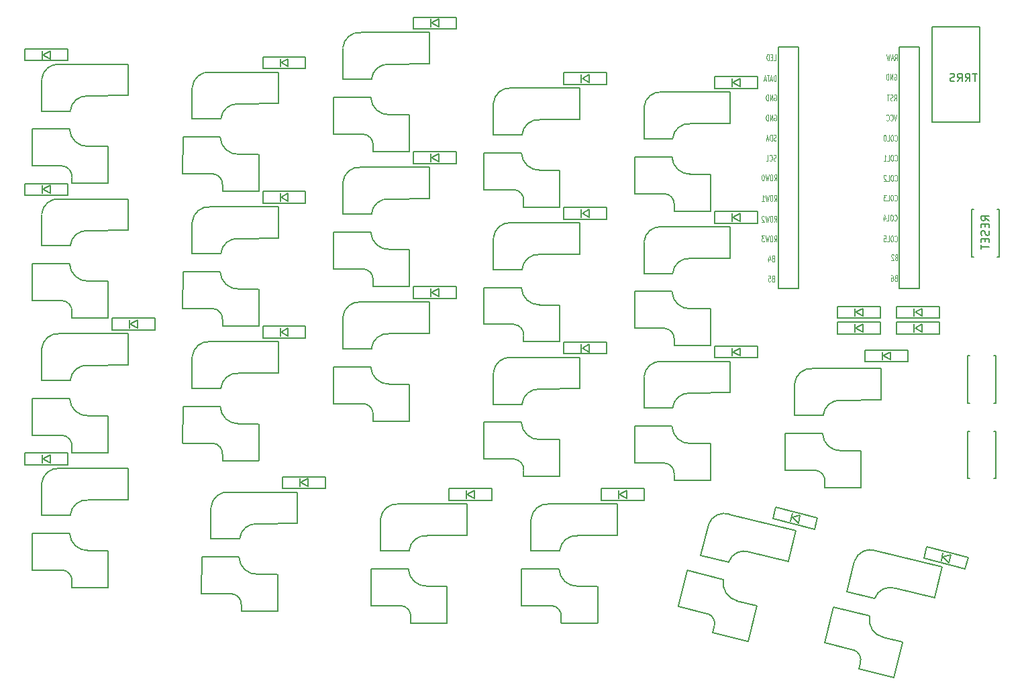
<source format=gbr>
G04 #@! TF.GenerationSoftware,KiCad,Pcbnew,(5.1.2)-2*
G04 #@! TF.CreationDate,2020-04-16T23:38:51+09:00*
G04 #@! TF.ProjectId,17mm 2020 4 8 vol2,31376d6d-2032-4303-9230-203420382076,rev?*
G04 #@! TF.SameCoordinates,Original*
G04 #@! TF.FileFunction,Legend,Bot*
G04 #@! TF.FilePolarity,Positive*
%FSLAX46Y46*%
G04 Gerber Fmt 4.6, Leading zero omitted, Abs format (unit mm)*
G04 Created by KiCad (PCBNEW (5.1.2)-2) date 2020-04-16 23:38:51*
%MOMM*%
%LPD*%
G04 APERTURE LIST*
%ADD10C,0.150000*%
%ADD11C,0.125000*%
G04 APERTURE END LIST*
D10*
X191067958Y-127174891D02*
X194570726Y-128048230D01*
X192024517Y-123338342D02*
X191070135Y-127166159D01*
X203073456Y-124079333D02*
X194704655Y-121992757D01*
X202128025Y-127871249D02*
X203073456Y-124079333D01*
X202116897Y-127915882D02*
X197205775Y-126738810D01*
X192052125Y-123273083D02*
G75*
G02X194704655Y-121992757I1966428J-686102D01*
G01*
X194581383Y-128026152D02*
G75*
G02X197229065Y-126748740I1962547J-685135D01*
G01*
X196987615Y-138051055D02*
X192572770Y-136950310D01*
X198112552Y-133539180D02*
X195638298Y-132922279D01*
X193938846Y-130231208D02*
X189378456Y-129094175D01*
X191916386Y-134519305D02*
X188253519Y-133606050D01*
X198130761Y-133569485D02*
X197017921Y-138032845D01*
X189372408Y-129118432D02*
X188235310Y-133575745D01*
X193937650Y-130256675D02*
G75*
G03X195712280Y-132935571I2226763J-452133D01*
G01*
X192755407Y-136197122D02*
G75*
G03X191915176Y-134524157I-1256598J416367D01*
G01*
X192743312Y-136245636D02*
X192573966Y-136924843D01*
X111200000Y-64750000D02*
X111200000Y-63250000D01*
X105800000Y-64750000D02*
X111200000Y-64750000D01*
X105800000Y-63250000D02*
X105800000Y-64750000D01*
X111200000Y-63250000D02*
X105800000Y-63250000D01*
X109000000Y-64500000D02*
X108100000Y-64000000D01*
X109000000Y-63500000D02*
X109000000Y-64500000D01*
X108100000Y-64000000D02*
X109000000Y-63500000D01*
X108000000Y-63500000D02*
X108000000Y-64500000D01*
X111200000Y-81750000D02*
X111200000Y-80250000D01*
X105800000Y-81750000D02*
X111200000Y-81750000D01*
X105800000Y-80250000D02*
X105800000Y-81750000D01*
X111200000Y-80250000D02*
X105800000Y-80250000D01*
X109000000Y-81500000D02*
X108100000Y-81000000D01*
X109000000Y-80500000D02*
X109000000Y-81500000D01*
X108100000Y-81000000D02*
X109000000Y-80500000D01*
X108000000Y-80500000D02*
X108000000Y-81500000D01*
X119000000Y-97500000D02*
X119000000Y-98500000D01*
X119100000Y-98000000D02*
X120000000Y-97500000D01*
X120000000Y-97500000D02*
X120000000Y-98500000D01*
X120000000Y-98500000D02*
X119100000Y-98000000D01*
X122200000Y-97250000D02*
X116800000Y-97250000D01*
X116800000Y-97250000D02*
X116800000Y-98750000D01*
X116800000Y-98750000D02*
X122200000Y-98750000D01*
X122200000Y-98750000D02*
X122200000Y-97250000D01*
X108000000Y-114500000D02*
X108000000Y-115500000D01*
X108100000Y-115000000D02*
X109000000Y-114500000D01*
X109000000Y-114500000D02*
X109000000Y-115500000D01*
X109000000Y-115500000D02*
X108100000Y-115000000D01*
X111200000Y-114250000D02*
X105800000Y-114250000D01*
X105800000Y-114250000D02*
X105800000Y-115750000D01*
X105800000Y-115750000D02*
X111200000Y-115750000D01*
X111200000Y-115750000D02*
X111200000Y-114250000D01*
X141200000Y-65750000D02*
X141200000Y-64250000D01*
X135800000Y-65750000D02*
X141200000Y-65750000D01*
X135800000Y-64250000D02*
X135800000Y-65750000D01*
X141200000Y-64250000D02*
X135800000Y-64250000D01*
X139000000Y-65500000D02*
X138100000Y-65000000D01*
X139000000Y-64500000D02*
X139000000Y-65500000D01*
X138100000Y-65000000D02*
X139000000Y-64500000D01*
X138000000Y-64500000D02*
X138000000Y-65500000D01*
X141200000Y-82750000D02*
X141200000Y-81250000D01*
X135800000Y-82750000D02*
X141200000Y-82750000D01*
X135800000Y-81250000D02*
X135800000Y-82750000D01*
X141200000Y-81250000D02*
X135800000Y-81250000D01*
X139000000Y-82500000D02*
X138100000Y-82000000D01*
X139000000Y-81500000D02*
X139000000Y-82500000D01*
X138100000Y-82000000D02*
X139000000Y-81500000D01*
X138000000Y-81500000D02*
X138000000Y-82500000D01*
X138000000Y-98500000D02*
X138000000Y-99500000D01*
X138100000Y-99000000D02*
X139000000Y-98500000D01*
X139000000Y-98500000D02*
X139000000Y-99500000D01*
X139000000Y-99500000D02*
X138100000Y-99000000D01*
X141200000Y-98250000D02*
X135800000Y-98250000D01*
X135800000Y-98250000D02*
X135800000Y-99750000D01*
X135800000Y-99750000D02*
X141200000Y-99750000D01*
X141200000Y-99750000D02*
X141200000Y-98250000D01*
X140500000Y-117500000D02*
X140500000Y-118500000D01*
X140600000Y-118000000D02*
X141500000Y-117500000D01*
X141500000Y-117500000D02*
X141500000Y-118500000D01*
X141500000Y-118500000D02*
X140600000Y-118000000D01*
X143700000Y-117250000D02*
X138300000Y-117250000D01*
X138300000Y-117250000D02*
X138300000Y-118750000D01*
X138300000Y-118750000D02*
X143700000Y-118750000D01*
X143700000Y-118750000D02*
X143700000Y-117250000D01*
X157000000Y-59500000D02*
X157000000Y-60500000D01*
X157100000Y-60000000D02*
X158000000Y-59500000D01*
X158000000Y-59500000D02*
X158000000Y-60500000D01*
X158000000Y-60500000D02*
X157100000Y-60000000D01*
X160200000Y-59250000D02*
X154800000Y-59250000D01*
X154800000Y-59250000D02*
X154800000Y-60750000D01*
X154800000Y-60750000D02*
X160200000Y-60750000D01*
X160200000Y-60750000D02*
X160200000Y-59250000D01*
X157000000Y-76500000D02*
X157000000Y-77500000D01*
X157100000Y-77000000D02*
X158000000Y-76500000D01*
X158000000Y-76500000D02*
X158000000Y-77500000D01*
X158000000Y-77500000D02*
X157100000Y-77000000D01*
X160200000Y-76250000D02*
X154800000Y-76250000D01*
X154800000Y-76250000D02*
X154800000Y-77750000D01*
X154800000Y-77750000D02*
X160200000Y-77750000D01*
X160200000Y-77750000D02*
X160200000Y-76250000D01*
X160200000Y-94750000D02*
X160200000Y-93250000D01*
X154800000Y-94750000D02*
X160200000Y-94750000D01*
X154800000Y-93250000D02*
X154800000Y-94750000D01*
X160200000Y-93250000D02*
X154800000Y-93250000D01*
X158000000Y-94500000D02*
X157100000Y-94000000D01*
X158000000Y-93500000D02*
X158000000Y-94500000D01*
X157100000Y-94000000D02*
X158000000Y-93500000D01*
X157000000Y-93500000D02*
X157000000Y-94500000D01*
X164700000Y-120250000D02*
X164700000Y-118750000D01*
X159300000Y-120250000D02*
X164700000Y-120250000D01*
X159300000Y-118750000D02*
X159300000Y-120250000D01*
X164700000Y-118750000D02*
X159300000Y-118750000D01*
X162500000Y-120000000D02*
X161600000Y-119500000D01*
X162500000Y-119000000D02*
X162500000Y-120000000D01*
X161600000Y-119500000D02*
X162500000Y-119000000D01*
X161500000Y-119000000D02*
X161500000Y-120000000D01*
X176000000Y-66500000D02*
X176000000Y-67500000D01*
X176100000Y-67000000D02*
X177000000Y-66500000D01*
X177000000Y-66500000D02*
X177000000Y-67500000D01*
X177000000Y-67500000D02*
X176100000Y-67000000D01*
X179200000Y-66250000D02*
X173800000Y-66250000D01*
X173800000Y-66250000D02*
X173800000Y-67750000D01*
X173800000Y-67750000D02*
X179200000Y-67750000D01*
X179200000Y-67750000D02*
X179200000Y-66250000D01*
X179200000Y-84750000D02*
X179200000Y-83250000D01*
X173800000Y-84750000D02*
X179200000Y-84750000D01*
X173800000Y-83250000D02*
X173800000Y-84750000D01*
X179200000Y-83250000D02*
X173800000Y-83250000D01*
X177000000Y-84500000D02*
X176100000Y-84000000D01*
X177000000Y-83500000D02*
X177000000Y-84500000D01*
X176100000Y-84000000D02*
X177000000Y-83500000D01*
X176000000Y-83500000D02*
X176000000Y-84500000D01*
X176000000Y-100500000D02*
X176000000Y-101500000D01*
X176100000Y-101000000D02*
X177000000Y-100500000D01*
X177000000Y-100500000D02*
X177000000Y-101500000D01*
X177000000Y-101500000D02*
X176100000Y-101000000D01*
X179200000Y-100250000D02*
X173800000Y-100250000D01*
X173800000Y-100250000D02*
X173800000Y-101750000D01*
X173800000Y-101750000D02*
X179200000Y-101750000D01*
X179200000Y-101750000D02*
X179200000Y-100250000D01*
X180725000Y-119000000D02*
X180725000Y-120000000D01*
X180825000Y-119500000D02*
X181725000Y-119000000D01*
X181725000Y-119000000D02*
X181725000Y-120000000D01*
X181725000Y-120000000D02*
X180825000Y-119500000D01*
X183925000Y-118750000D02*
X178525000Y-118750000D01*
X178525000Y-118750000D02*
X178525000Y-120250000D01*
X178525000Y-120250000D02*
X183925000Y-120250000D01*
X183925000Y-120250000D02*
X183925000Y-118750000D01*
X195000000Y-67000000D02*
X195000000Y-68000000D01*
X195100000Y-67500000D02*
X196000000Y-67000000D01*
X196000000Y-67000000D02*
X196000000Y-68000000D01*
X196000000Y-68000000D02*
X195100000Y-67500000D01*
X198200000Y-66750000D02*
X192800000Y-66750000D01*
X192800000Y-66750000D02*
X192800000Y-68250000D01*
X192800000Y-68250000D02*
X198200000Y-68250000D01*
X198200000Y-68250000D02*
X198200000Y-66750000D01*
X195000000Y-84000000D02*
X195000000Y-85000000D01*
X195100000Y-84500000D02*
X196000000Y-84000000D01*
X196000000Y-84000000D02*
X196000000Y-85000000D01*
X196000000Y-85000000D02*
X195100000Y-84500000D01*
X198200000Y-83750000D02*
X192800000Y-83750000D01*
X192800000Y-83750000D02*
X192800000Y-85250000D01*
X192800000Y-85250000D02*
X198200000Y-85250000D01*
X198200000Y-85250000D02*
X198200000Y-83750000D01*
X198200000Y-102250000D02*
X198200000Y-100750000D01*
X192800000Y-102250000D02*
X198200000Y-102250000D01*
X192800000Y-100750000D02*
X192800000Y-102250000D01*
X198200000Y-100750000D02*
X192800000Y-100750000D01*
X196000000Y-102000000D02*
X195100000Y-101500000D01*
X196000000Y-101000000D02*
X196000000Y-102000000D01*
X195100000Y-101500000D02*
X196000000Y-101000000D01*
X195000000Y-101000000D02*
X195000000Y-102000000D01*
X205438357Y-123880911D02*
X205801240Y-122425467D01*
X200198760Y-122574533D02*
X205438357Y-123880911D01*
X200561643Y-121119089D02*
X200198760Y-122574533D01*
X205801240Y-122425467D02*
X200561643Y-121119089D01*
X203364187Y-123106109D02*
X202611882Y-122403231D01*
X203606109Y-122135813D02*
X203364187Y-123106109D01*
X202611882Y-122403231D02*
X203606109Y-122135813D01*
X202635813Y-121893891D02*
X202393891Y-122864187D01*
X221200000Y-97250000D02*
X221200000Y-95750000D01*
X215800000Y-97250000D02*
X221200000Y-97250000D01*
X215800000Y-95750000D02*
X215800000Y-97250000D01*
X221200000Y-95750000D02*
X215800000Y-95750000D01*
X219000000Y-97000000D02*
X218100000Y-96500000D01*
X219000000Y-96000000D02*
X219000000Y-97000000D01*
X218100000Y-96500000D02*
X219000000Y-96000000D01*
X218000000Y-96000000D02*
X218000000Y-97000000D01*
X210500000Y-96000000D02*
X210500000Y-97000000D01*
X210600000Y-96500000D02*
X211500000Y-96000000D01*
X211500000Y-96000000D02*
X211500000Y-97000000D01*
X211500000Y-97000000D02*
X210600000Y-96500000D01*
X213700000Y-95750000D02*
X208300000Y-95750000D01*
X208300000Y-95750000D02*
X208300000Y-97250000D01*
X208300000Y-97250000D02*
X213700000Y-97250000D01*
X213700000Y-97250000D02*
X213700000Y-95750000D01*
X217200000Y-102750000D02*
X217200000Y-101250000D01*
X211800000Y-102750000D02*
X217200000Y-102750000D01*
X211800000Y-101250000D02*
X211800000Y-102750000D01*
X217200000Y-101250000D02*
X211800000Y-101250000D01*
X215000000Y-102500000D02*
X214100000Y-102000000D01*
X215000000Y-101500000D02*
X215000000Y-102500000D01*
X214100000Y-102000000D02*
X215000000Y-101500000D01*
X214000000Y-101500000D02*
X214000000Y-102500000D01*
X224438357Y-128880911D02*
X224801240Y-127425467D01*
X219198760Y-127574533D02*
X224438357Y-128880911D01*
X219561643Y-126119089D02*
X219198760Y-127574533D01*
X224801240Y-127425467D02*
X219561643Y-126119089D01*
X222364187Y-128106109D02*
X221611882Y-127403231D01*
X222606109Y-127135813D02*
X222364187Y-128106109D01*
X221611882Y-127403231D02*
X222606109Y-127135813D01*
X221635813Y-126893891D02*
X221393891Y-127864187D01*
X218000000Y-98000000D02*
X218000000Y-99000000D01*
X218100000Y-98500000D02*
X219000000Y-98000000D01*
X219000000Y-98000000D02*
X219000000Y-99000000D01*
X219000000Y-99000000D02*
X218100000Y-98500000D01*
X221200000Y-97750000D02*
X215800000Y-97750000D01*
X215800000Y-97750000D02*
X215800000Y-99250000D01*
X215800000Y-99250000D02*
X221200000Y-99250000D01*
X221200000Y-99250000D02*
X221200000Y-97750000D01*
X213700000Y-99250000D02*
X213700000Y-97750000D01*
X208300000Y-99250000D02*
X213700000Y-99250000D01*
X208300000Y-97750000D02*
X208300000Y-99250000D01*
X213700000Y-97750000D02*
X208300000Y-97750000D01*
X211500000Y-99000000D02*
X210600000Y-98500000D01*
X211500000Y-98000000D02*
X211500000Y-99000000D01*
X210600000Y-98500000D02*
X211500000Y-98000000D01*
X210500000Y-98000000D02*
X210500000Y-99000000D01*
X220250000Y-72500000D02*
X220250000Y-60500000D01*
X226250000Y-72500000D02*
X220250000Y-72500000D01*
X226250000Y-60500000D02*
X226250000Y-72500000D01*
X220250000Y-60500000D02*
X226250000Y-60500000D01*
X228500000Y-83500000D02*
X228750000Y-83500000D01*
X228750000Y-83500000D02*
X228750000Y-89500000D01*
X228750000Y-89500000D02*
X228500000Y-89500000D01*
X225500000Y-89500000D02*
X225250000Y-89500000D01*
X225250000Y-89500000D02*
X225250000Y-83500000D01*
X225250000Y-83500000D02*
X225500000Y-83500000D01*
X107900000Y-71104000D02*
X111510000Y-71104000D01*
X107900000Y-67150000D02*
X107900000Y-71095000D01*
X118800000Y-65196000D02*
X110175000Y-65196000D01*
X118800000Y-69104000D02*
X118800000Y-65196000D01*
X118800000Y-69150000D02*
X113750000Y-69196000D01*
X107911000Y-67080000D02*
G75*
G02X110175000Y-65196000I2074000J-190000D01*
G01*
X111515000Y-71080000D02*
G75*
G02X113775000Y-69200000I2070000J-190000D01*
G01*
X116275000Y-80225000D02*
X111725000Y-80225000D01*
X116275000Y-75575000D02*
X113725000Y-75575000D01*
X111425000Y-73375000D02*
X106725000Y-73375000D01*
X110500000Y-78025000D02*
X106725000Y-78025000D01*
X116300000Y-75600000D02*
X116300000Y-80200000D01*
X106725000Y-73400000D02*
X106700000Y-78000000D01*
X111430000Y-73400000D02*
G75*
G03X113800000Y-75570000I2270000J100000D01*
G01*
X111720000Y-79450000D02*
G75*
G03X110500000Y-78030000I-1320000J100000D01*
G01*
X111720000Y-79500000D02*
X111720000Y-80200000D01*
X107900000Y-88104000D02*
X111510000Y-88104000D01*
X107900000Y-84150000D02*
X107900000Y-88095000D01*
X118800000Y-82196000D02*
X110175000Y-82196000D01*
X118800000Y-86104000D02*
X118800000Y-82196000D01*
X118800000Y-86150000D02*
X113750000Y-86196000D01*
X107911000Y-84080000D02*
G75*
G02X110175000Y-82196000I2074000J-190000D01*
G01*
X111515000Y-88080000D02*
G75*
G02X113775000Y-86200000I2070000J-190000D01*
G01*
X116275000Y-97225000D02*
X111725000Y-97225000D01*
X116275000Y-92575000D02*
X113725000Y-92575000D01*
X111425000Y-90375000D02*
X106725000Y-90375000D01*
X110500000Y-95025000D02*
X106725000Y-95025000D01*
X116300000Y-92600000D02*
X116300000Y-97200000D01*
X106725000Y-90400000D02*
X106700000Y-95000000D01*
X111430000Y-90400000D02*
G75*
G03X113800000Y-92570000I2270000J100000D01*
G01*
X111720000Y-96450000D02*
G75*
G03X110500000Y-95030000I-1320000J100000D01*
G01*
X111720000Y-96500000D02*
X111720000Y-97200000D01*
X111720000Y-113500000D02*
X111720000Y-114200000D01*
X111720000Y-113450000D02*
G75*
G03X110500000Y-112030000I-1320000J100000D01*
G01*
X111430000Y-107400000D02*
G75*
G03X113800000Y-109570000I2270000J100000D01*
G01*
X106725000Y-107400000D02*
X106700000Y-112000000D01*
X116300000Y-109600000D02*
X116300000Y-114200000D01*
X110500000Y-112025000D02*
X106725000Y-112025000D01*
X111425000Y-107375000D02*
X106725000Y-107375000D01*
X116275000Y-109575000D02*
X113725000Y-109575000D01*
X116275000Y-114225000D02*
X111725000Y-114225000D01*
X111515000Y-105080000D02*
G75*
G02X113775000Y-103200000I2070000J-190000D01*
G01*
X107911000Y-101080000D02*
G75*
G02X110175000Y-99196000I2074000J-190000D01*
G01*
X118800000Y-103150000D02*
X113750000Y-103196000D01*
X118800000Y-103104000D02*
X118800000Y-99196000D01*
X118800000Y-99196000D02*
X110175000Y-99196000D01*
X107900000Y-101150000D02*
X107900000Y-105095000D01*
X107900000Y-105104000D02*
X111510000Y-105104000D01*
X107900000Y-122104000D02*
X111510000Y-122104000D01*
X107900000Y-118150000D02*
X107900000Y-122095000D01*
X118800000Y-116196000D02*
X110175000Y-116196000D01*
X118800000Y-120104000D02*
X118800000Y-116196000D01*
X118800000Y-120150000D02*
X113750000Y-120196000D01*
X107911000Y-118080000D02*
G75*
G02X110175000Y-116196000I2074000J-190000D01*
G01*
X111515000Y-122080000D02*
G75*
G02X113775000Y-120200000I2070000J-190000D01*
G01*
X116275000Y-131225000D02*
X111725000Y-131225000D01*
X116275000Y-126575000D02*
X113725000Y-126575000D01*
X111425000Y-124375000D02*
X106725000Y-124375000D01*
X110500000Y-129025000D02*
X106725000Y-129025000D01*
X116300000Y-126600000D02*
X116300000Y-131200000D01*
X106725000Y-124400000D02*
X106700000Y-129000000D01*
X111430000Y-124400000D02*
G75*
G03X113800000Y-126570000I2270000J100000D01*
G01*
X111720000Y-130450000D02*
G75*
G03X110500000Y-129030000I-1320000J100000D01*
G01*
X111720000Y-130500000D02*
X111720000Y-131200000D01*
X130720000Y-80500000D02*
X130720000Y-81200000D01*
X130720000Y-80450000D02*
G75*
G03X129500000Y-79030000I-1320000J100000D01*
G01*
X130430000Y-74400000D02*
G75*
G03X132800000Y-76570000I2270000J100000D01*
G01*
X125725000Y-74400000D02*
X125700000Y-79000000D01*
X135300000Y-76600000D02*
X135300000Y-81200000D01*
X129500000Y-79025000D02*
X125725000Y-79025000D01*
X130425000Y-74375000D02*
X125725000Y-74375000D01*
X135275000Y-76575000D02*
X132725000Y-76575000D01*
X135275000Y-81225000D02*
X130725000Y-81225000D01*
X130515000Y-72080000D02*
G75*
G02X132775000Y-70200000I2070000J-190000D01*
G01*
X126911000Y-68080000D02*
G75*
G02X129175000Y-66196000I2074000J-190000D01*
G01*
X137800000Y-70150000D02*
X132750000Y-70196000D01*
X137800000Y-70104000D02*
X137800000Y-66196000D01*
X137800000Y-66196000D02*
X129175000Y-66196000D01*
X126900000Y-68150000D02*
X126900000Y-72095000D01*
X126900000Y-72104000D02*
X130510000Y-72104000D01*
X126900000Y-89104000D02*
X130510000Y-89104000D01*
X126900000Y-85150000D02*
X126900000Y-89095000D01*
X137800000Y-83196000D02*
X129175000Y-83196000D01*
X137800000Y-87104000D02*
X137800000Y-83196000D01*
X137800000Y-87150000D02*
X132750000Y-87196000D01*
X126911000Y-85080000D02*
G75*
G02X129175000Y-83196000I2074000J-190000D01*
G01*
X130515000Y-89080000D02*
G75*
G02X132775000Y-87200000I2070000J-190000D01*
G01*
X135275000Y-98225000D02*
X130725000Y-98225000D01*
X135275000Y-93575000D02*
X132725000Y-93575000D01*
X130425000Y-91375000D02*
X125725000Y-91375000D01*
X129500000Y-96025000D02*
X125725000Y-96025000D01*
X135300000Y-93600000D02*
X135300000Y-98200000D01*
X125725000Y-91400000D02*
X125700000Y-96000000D01*
X130430000Y-91400000D02*
G75*
G03X132800000Y-93570000I2270000J100000D01*
G01*
X130720000Y-97450000D02*
G75*
G03X129500000Y-96030000I-1320000J100000D01*
G01*
X130720000Y-97500000D02*
X130720000Y-98200000D01*
X130720000Y-114500000D02*
X130720000Y-115200000D01*
X130720000Y-114450000D02*
G75*
G03X129500000Y-113030000I-1320000J100000D01*
G01*
X130430000Y-108400000D02*
G75*
G03X132800000Y-110570000I2270000J100000D01*
G01*
X125725000Y-108400000D02*
X125700000Y-113000000D01*
X135300000Y-110600000D02*
X135300000Y-115200000D01*
X129500000Y-113025000D02*
X125725000Y-113025000D01*
X130425000Y-108375000D02*
X125725000Y-108375000D01*
X135275000Y-110575000D02*
X132725000Y-110575000D01*
X135275000Y-115225000D02*
X130725000Y-115225000D01*
X130515000Y-106080000D02*
G75*
G02X132775000Y-104200000I2070000J-190000D01*
G01*
X126911000Y-102080000D02*
G75*
G02X129175000Y-100196000I2074000J-190000D01*
G01*
X137800000Y-104150000D02*
X132750000Y-104196000D01*
X137800000Y-104104000D02*
X137800000Y-100196000D01*
X137800000Y-100196000D02*
X129175000Y-100196000D01*
X126900000Y-102150000D02*
X126900000Y-106095000D01*
X126900000Y-106104000D02*
X130510000Y-106104000D01*
X129270000Y-125104000D02*
X132880000Y-125104000D01*
X129270000Y-121150000D02*
X129270000Y-125095000D01*
X140170000Y-119196000D02*
X131545000Y-119196000D01*
X140170000Y-123104000D02*
X140170000Y-119196000D01*
X140170000Y-123150000D02*
X135120000Y-123196000D01*
X129281000Y-121080000D02*
G75*
G02X131545000Y-119196000I2074000J-190000D01*
G01*
X132885000Y-125080000D02*
G75*
G02X135145000Y-123200000I2070000J-190000D01*
G01*
X137645000Y-134225000D02*
X133095000Y-134225000D01*
X137645000Y-129575000D02*
X135095000Y-129575000D01*
X132795000Y-127375000D02*
X128095000Y-127375000D01*
X131870000Y-132025000D02*
X128095000Y-132025000D01*
X137670000Y-129600000D02*
X137670000Y-134200000D01*
X128095000Y-127400000D02*
X128070000Y-132000000D01*
X132800000Y-127400000D02*
G75*
G03X135170000Y-129570000I2270000J100000D01*
G01*
X133090000Y-133450000D02*
G75*
G03X131870000Y-132030000I-1320000J100000D01*
G01*
X133090000Y-133500000D02*
X133090000Y-134200000D01*
X149720000Y-75500000D02*
X149720000Y-76200000D01*
X149720000Y-75450000D02*
G75*
G03X148500000Y-74030000I-1320000J100000D01*
G01*
X149430000Y-69400000D02*
G75*
G03X151800000Y-71570000I2270000J100000D01*
G01*
X144725000Y-69400000D02*
X144700000Y-74000000D01*
X154300000Y-71600000D02*
X154300000Y-76200000D01*
X148500000Y-74025000D02*
X144725000Y-74025000D01*
X149425000Y-69375000D02*
X144725000Y-69375000D01*
X154275000Y-71575000D02*
X151725000Y-71575000D01*
X154275000Y-76225000D02*
X149725000Y-76225000D01*
X149515000Y-67080000D02*
G75*
G02X151775000Y-65200000I2070000J-190000D01*
G01*
X145911000Y-63080000D02*
G75*
G02X148175000Y-61196000I2074000J-190000D01*
G01*
X156800000Y-65150000D02*
X151750000Y-65196000D01*
X156800000Y-65104000D02*
X156800000Y-61196000D01*
X156800000Y-61196000D02*
X148175000Y-61196000D01*
X145900000Y-63150000D02*
X145900000Y-67095000D01*
X145900000Y-67104000D02*
X149510000Y-67104000D01*
X145900000Y-84104000D02*
X149510000Y-84104000D01*
X145900000Y-80150000D02*
X145900000Y-84095000D01*
X156800000Y-78196000D02*
X148175000Y-78196000D01*
X156800000Y-82104000D02*
X156800000Y-78196000D01*
X156800000Y-82150000D02*
X151750000Y-82196000D01*
X145911000Y-80080000D02*
G75*
G02X148175000Y-78196000I2074000J-190000D01*
G01*
X149515000Y-84080000D02*
G75*
G02X151775000Y-82200000I2070000J-190000D01*
G01*
X154275000Y-93225000D02*
X149725000Y-93225000D01*
X154275000Y-88575000D02*
X151725000Y-88575000D01*
X149425000Y-86375000D02*
X144725000Y-86375000D01*
X148500000Y-91025000D02*
X144725000Y-91025000D01*
X154300000Y-88600000D02*
X154300000Y-93200000D01*
X144725000Y-86400000D02*
X144700000Y-91000000D01*
X149430000Y-86400000D02*
G75*
G03X151800000Y-88570000I2270000J100000D01*
G01*
X149720000Y-92450000D02*
G75*
G03X148500000Y-91030000I-1320000J100000D01*
G01*
X149720000Y-92500000D02*
X149720000Y-93200000D01*
X149720000Y-109500000D02*
X149720000Y-110200000D01*
X149720000Y-109450000D02*
G75*
G03X148500000Y-108030000I-1320000J100000D01*
G01*
X149430000Y-103400000D02*
G75*
G03X151800000Y-105570000I2270000J100000D01*
G01*
X144725000Y-103400000D02*
X144700000Y-108000000D01*
X154300000Y-105600000D02*
X154300000Y-110200000D01*
X148500000Y-108025000D02*
X144725000Y-108025000D01*
X149425000Y-103375000D02*
X144725000Y-103375000D01*
X154275000Y-105575000D02*
X151725000Y-105575000D01*
X154275000Y-110225000D02*
X149725000Y-110225000D01*
X149515000Y-101080000D02*
G75*
G02X151775000Y-99200000I2070000J-190000D01*
G01*
X145911000Y-97080000D02*
G75*
G02X148175000Y-95196000I2074000J-190000D01*
G01*
X156800000Y-99150000D02*
X151750000Y-99196000D01*
X156800000Y-99104000D02*
X156800000Y-95196000D01*
X156800000Y-95196000D02*
X148175000Y-95196000D01*
X145900000Y-97150000D02*
X145900000Y-101095000D01*
X145900000Y-101104000D02*
X149510000Y-101104000D01*
X150650000Y-126604000D02*
X154260000Y-126604000D01*
X150650000Y-122650000D02*
X150650000Y-126595000D01*
X161550000Y-120696000D02*
X152925000Y-120696000D01*
X161550000Y-124604000D02*
X161550000Y-120696000D01*
X161550000Y-124650000D02*
X156500000Y-124696000D01*
X150661000Y-122580000D02*
G75*
G02X152925000Y-120696000I2074000J-190000D01*
G01*
X154265000Y-126580000D02*
G75*
G02X156525000Y-124700000I2070000J-190000D01*
G01*
X159025000Y-135725000D02*
X154475000Y-135725000D01*
X159025000Y-131075000D02*
X156475000Y-131075000D01*
X154175000Y-128875000D02*
X149475000Y-128875000D01*
X153250000Y-133525000D02*
X149475000Y-133525000D01*
X159050000Y-131100000D02*
X159050000Y-135700000D01*
X149475000Y-128900000D02*
X149450000Y-133500000D01*
X154180000Y-128900000D02*
G75*
G03X156550000Y-131070000I2270000J100000D01*
G01*
X154470000Y-134950000D02*
G75*
G03X153250000Y-133530000I-1320000J100000D01*
G01*
X154470000Y-135000000D02*
X154470000Y-135700000D01*
X168720000Y-82500000D02*
X168720000Y-83200000D01*
X168720000Y-82450000D02*
G75*
G03X167500000Y-81030000I-1320000J100000D01*
G01*
X168430000Y-76400000D02*
G75*
G03X170800000Y-78570000I2270000J100000D01*
G01*
X163725000Y-76400000D02*
X163700000Y-81000000D01*
X173300000Y-78600000D02*
X173300000Y-83200000D01*
X167500000Y-81025000D02*
X163725000Y-81025000D01*
X168425000Y-76375000D02*
X163725000Y-76375000D01*
X173275000Y-78575000D02*
X170725000Y-78575000D01*
X173275000Y-83225000D02*
X168725000Y-83225000D01*
X168515000Y-74080000D02*
G75*
G02X170775000Y-72200000I2070000J-190000D01*
G01*
X164911000Y-70080000D02*
G75*
G02X167175000Y-68196000I2074000J-190000D01*
G01*
X175800000Y-72150000D02*
X170750000Y-72196000D01*
X175800000Y-72104000D02*
X175800000Y-68196000D01*
X175800000Y-68196000D02*
X167175000Y-68196000D01*
X164900000Y-70150000D02*
X164900000Y-74095000D01*
X164900000Y-74104000D02*
X168510000Y-74104000D01*
X164900000Y-91104000D02*
X168510000Y-91104000D01*
X164900000Y-87150000D02*
X164900000Y-91095000D01*
X175800000Y-85196000D02*
X167175000Y-85196000D01*
X175800000Y-89104000D02*
X175800000Y-85196000D01*
X175800000Y-89150000D02*
X170750000Y-89196000D01*
X164911000Y-87080000D02*
G75*
G02X167175000Y-85196000I2074000J-190000D01*
G01*
X168515000Y-91080000D02*
G75*
G02X170775000Y-89200000I2070000J-190000D01*
G01*
X173275000Y-100225000D02*
X168725000Y-100225000D01*
X173275000Y-95575000D02*
X170725000Y-95575000D01*
X168425000Y-93375000D02*
X163725000Y-93375000D01*
X167500000Y-98025000D02*
X163725000Y-98025000D01*
X173300000Y-95600000D02*
X173300000Y-100200000D01*
X163725000Y-93400000D02*
X163700000Y-98000000D01*
X168430000Y-93400000D02*
G75*
G03X170800000Y-95570000I2270000J100000D01*
G01*
X168720000Y-99450000D02*
G75*
G03X167500000Y-98030000I-1320000J100000D01*
G01*
X168720000Y-99500000D02*
X168720000Y-100200000D01*
X168720000Y-116500000D02*
X168720000Y-117200000D01*
X168720000Y-116450000D02*
G75*
G03X167500000Y-115030000I-1320000J100000D01*
G01*
X168430000Y-110400000D02*
G75*
G03X170800000Y-112570000I2270000J100000D01*
G01*
X163725000Y-110400000D02*
X163700000Y-115000000D01*
X173300000Y-112600000D02*
X173300000Y-117200000D01*
X167500000Y-115025000D02*
X163725000Y-115025000D01*
X168425000Y-110375000D02*
X163725000Y-110375000D01*
X173275000Y-112575000D02*
X170725000Y-112575000D01*
X173275000Y-117225000D02*
X168725000Y-117225000D01*
X168515000Y-108080000D02*
G75*
G02X170775000Y-106200000I2070000J-190000D01*
G01*
X164911000Y-104080000D02*
G75*
G02X167175000Y-102196000I2074000J-190000D01*
G01*
X175800000Y-106150000D02*
X170750000Y-106196000D01*
X175800000Y-106104000D02*
X175800000Y-102196000D01*
X175800000Y-102196000D02*
X167175000Y-102196000D01*
X164900000Y-104150000D02*
X164900000Y-108095000D01*
X164900000Y-108104000D02*
X168510000Y-108104000D01*
X169650000Y-126604000D02*
X173260000Y-126604000D01*
X169650000Y-122650000D02*
X169650000Y-126595000D01*
X180550000Y-120696000D02*
X171925000Y-120696000D01*
X180550000Y-124604000D02*
X180550000Y-120696000D01*
X180550000Y-124650000D02*
X175500000Y-124696000D01*
X169661000Y-122580000D02*
G75*
G02X171925000Y-120696000I2074000J-190000D01*
G01*
X173265000Y-126580000D02*
G75*
G02X175525000Y-124700000I2070000J-190000D01*
G01*
X178025000Y-135725000D02*
X173475000Y-135725000D01*
X178025000Y-131075000D02*
X175475000Y-131075000D01*
X173175000Y-128875000D02*
X168475000Y-128875000D01*
X172250000Y-133525000D02*
X168475000Y-133525000D01*
X178050000Y-131100000D02*
X178050000Y-135700000D01*
X168475000Y-128900000D02*
X168450000Y-133500000D01*
X173180000Y-128900000D02*
G75*
G03X175550000Y-131070000I2270000J100000D01*
G01*
X173470000Y-134950000D02*
G75*
G03X172250000Y-133530000I-1320000J100000D01*
G01*
X173470000Y-135000000D02*
X173470000Y-135700000D01*
X187720000Y-83000000D02*
X187720000Y-83700000D01*
X187720000Y-82950000D02*
G75*
G03X186500000Y-81530000I-1320000J100000D01*
G01*
X187430000Y-76900000D02*
G75*
G03X189800000Y-79070000I2270000J100000D01*
G01*
X182725000Y-76900000D02*
X182700000Y-81500000D01*
X192300000Y-79100000D02*
X192300000Y-83700000D01*
X186500000Y-81525000D02*
X182725000Y-81525000D01*
X187425000Y-76875000D02*
X182725000Y-76875000D01*
X192275000Y-79075000D02*
X189725000Y-79075000D01*
X192275000Y-83725000D02*
X187725000Y-83725000D01*
X187515000Y-74580000D02*
G75*
G02X189775000Y-72700000I2070000J-190000D01*
G01*
X183911000Y-70580000D02*
G75*
G02X186175000Y-68696000I2074000J-190000D01*
G01*
X194800000Y-72650000D02*
X189750000Y-72696000D01*
X194800000Y-72604000D02*
X194800000Y-68696000D01*
X194800000Y-68696000D02*
X186175000Y-68696000D01*
X183900000Y-70650000D02*
X183900000Y-74595000D01*
X183900000Y-74604000D02*
X187510000Y-74604000D01*
X187720000Y-100000000D02*
X187720000Y-100700000D01*
X187720000Y-99950000D02*
G75*
G03X186500000Y-98530000I-1320000J100000D01*
G01*
X187430000Y-93900000D02*
G75*
G03X189800000Y-96070000I2270000J100000D01*
G01*
X182725000Y-93900000D02*
X182700000Y-98500000D01*
X192300000Y-96100000D02*
X192300000Y-100700000D01*
X186500000Y-98525000D02*
X182725000Y-98525000D01*
X187425000Y-93875000D02*
X182725000Y-93875000D01*
X192275000Y-96075000D02*
X189725000Y-96075000D01*
X192275000Y-100725000D02*
X187725000Y-100725000D01*
X187515000Y-91580000D02*
G75*
G02X189775000Y-89700000I2070000J-190000D01*
G01*
X183911000Y-87580000D02*
G75*
G02X186175000Y-85696000I2074000J-190000D01*
G01*
X194800000Y-89650000D02*
X189750000Y-89696000D01*
X194800000Y-89604000D02*
X194800000Y-85696000D01*
X194800000Y-85696000D02*
X186175000Y-85696000D01*
X183900000Y-87650000D02*
X183900000Y-91595000D01*
X183900000Y-91604000D02*
X187510000Y-91604000D01*
X187720000Y-117000000D02*
X187720000Y-117700000D01*
X187720000Y-116950000D02*
G75*
G03X186500000Y-115530000I-1320000J100000D01*
G01*
X187430000Y-110900000D02*
G75*
G03X189800000Y-113070000I2270000J100000D01*
G01*
X182725000Y-110900000D02*
X182700000Y-115500000D01*
X192300000Y-113100000D02*
X192300000Y-117700000D01*
X186500000Y-115525000D02*
X182725000Y-115525000D01*
X187425000Y-110875000D02*
X182725000Y-110875000D01*
X192275000Y-113075000D02*
X189725000Y-113075000D01*
X192275000Y-117725000D02*
X187725000Y-117725000D01*
X187515000Y-108580000D02*
G75*
G02X189775000Y-106700000I2070000J-190000D01*
G01*
X183911000Y-104580000D02*
G75*
G02X186175000Y-102696000I2074000J-190000D01*
G01*
X194800000Y-106650000D02*
X189750000Y-106696000D01*
X194800000Y-106604000D02*
X194800000Y-102696000D01*
X194800000Y-102696000D02*
X186175000Y-102696000D01*
X183900000Y-104650000D02*
X183900000Y-108595000D01*
X183900000Y-108604000D02*
X187510000Y-108604000D01*
X206720000Y-117910000D02*
X206720000Y-118610000D01*
X206720000Y-117860000D02*
G75*
G03X205500000Y-116440000I-1320000J100000D01*
G01*
X206430000Y-111810000D02*
G75*
G03X208800000Y-113980000I2270000J100000D01*
G01*
X201725000Y-111810000D02*
X201700000Y-116410000D01*
X211300000Y-114010000D02*
X211300000Y-118610000D01*
X205500000Y-116435000D02*
X201725000Y-116435000D01*
X206425000Y-111785000D02*
X201725000Y-111785000D01*
X211275000Y-113985000D02*
X208725000Y-113985000D01*
X211275000Y-118635000D02*
X206725000Y-118635000D01*
X206515000Y-109490000D02*
G75*
G02X208775000Y-107610000I2070000J-190000D01*
G01*
X202911000Y-105490000D02*
G75*
G02X205175000Y-103606000I2074000J-190000D01*
G01*
X213800000Y-107560000D02*
X208750000Y-107606000D01*
X213800000Y-107514000D02*
X213800000Y-103606000D01*
X213800000Y-103606000D02*
X205175000Y-103606000D01*
X202900000Y-105560000D02*
X202900000Y-109505000D01*
X202900000Y-109514000D02*
X206510000Y-109514000D01*
X209497958Y-131764891D02*
X213000726Y-132638230D01*
X210454517Y-127928342D02*
X209500135Y-131756159D01*
X221503456Y-128669333D02*
X213134655Y-126582757D01*
X220558025Y-132461249D02*
X221503456Y-128669333D01*
X220546897Y-132505882D02*
X215635775Y-131328810D01*
X210482125Y-127863083D02*
G75*
G02X213134655Y-126582757I1966428J-686102D01*
G01*
X213011383Y-132616152D02*
G75*
G02X215659065Y-131338740I1962547J-685135D01*
G01*
X215417615Y-142641055D02*
X211002770Y-141540310D01*
X216542552Y-138129180D02*
X214068298Y-137512279D01*
X212368846Y-134821208D02*
X207808456Y-133684175D01*
X210346386Y-139109305D02*
X206683519Y-138196050D01*
X216560761Y-138159485D02*
X215447921Y-142622845D01*
X207802408Y-133708432D02*
X206665310Y-138165745D01*
X212367650Y-134846675D02*
G75*
G03X214142280Y-137525571I2226763J-452133D01*
G01*
X211185407Y-140787122D02*
G75*
G03X210345176Y-139114157I-1256598J416367D01*
G01*
X211173312Y-140835636D02*
X211003966Y-141514843D01*
X228000000Y-102000000D02*
X228250000Y-102000000D01*
X228250000Y-102000000D02*
X228250000Y-108000000D01*
X228250000Y-108000000D02*
X228000000Y-108000000D01*
X225000000Y-108000000D02*
X224750000Y-108000000D01*
X224750000Y-108000000D02*
X224750000Y-102000000D01*
X224750000Y-102000000D02*
X225000000Y-102000000D01*
X224750000Y-111500000D02*
X225000000Y-111500000D01*
X224750000Y-117500000D02*
X224750000Y-111500000D01*
X225000000Y-117500000D02*
X224750000Y-117500000D01*
X228250000Y-117500000D02*
X228000000Y-117500000D01*
X228250000Y-111500000D02*
X228250000Y-117500000D01*
X228000000Y-111500000D02*
X228250000Y-111500000D01*
X216080000Y-63022000D02*
X218620000Y-63022000D01*
X218620000Y-63022000D02*
X218620000Y-93502000D01*
X218620000Y-93502000D02*
X216080000Y-93502000D01*
X216080000Y-93502000D02*
X216080000Y-63022000D01*
X200840000Y-63022000D02*
X203380000Y-63022000D01*
X203380000Y-63022000D02*
X203380000Y-93502000D01*
X203380000Y-93502000D02*
X200840000Y-93502000D01*
X200840000Y-93502000D02*
X200840000Y-63022000D01*
X225936404Y-66365880D02*
X225364976Y-66365880D01*
X225650690Y-67365880D02*
X225650690Y-66365880D01*
X224460214Y-67365880D02*
X224793547Y-66889690D01*
X225031642Y-67365880D02*
X225031642Y-66365880D01*
X224650690Y-66365880D01*
X224555452Y-66413500D01*
X224507833Y-66461119D01*
X224460214Y-66556357D01*
X224460214Y-66699214D01*
X224507833Y-66794452D01*
X224555452Y-66842071D01*
X224650690Y-66889690D01*
X225031642Y-66889690D01*
X223460214Y-67365880D02*
X223793547Y-66889690D01*
X224031642Y-67365880D02*
X224031642Y-66365880D01*
X223650690Y-66365880D01*
X223555452Y-66413500D01*
X223507833Y-66461119D01*
X223460214Y-66556357D01*
X223460214Y-66699214D01*
X223507833Y-66794452D01*
X223555452Y-66842071D01*
X223650690Y-66889690D01*
X224031642Y-66889690D01*
X223079261Y-67318261D02*
X222936404Y-67365880D01*
X222698309Y-67365880D01*
X222603071Y-67318261D01*
X222555452Y-67270642D01*
X222507833Y-67175404D01*
X222507833Y-67080166D01*
X222555452Y-66984928D01*
X222603071Y-66937309D01*
X222698309Y-66889690D01*
X222888785Y-66842071D01*
X222984023Y-66794452D01*
X223031642Y-66746833D01*
X223079261Y-66651595D01*
X223079261Y-66556357D01*
X223031642Y-66461119D01*
X222984023Y-66413500D01*
X222888785Y-66365880D01*
X222650690Y-66365880D01*
X222507833Y-66413500D01*
X227452380Y-84920619D02*
X226976190Y-84587285D01*
X227452380Y-84349190D02*
X226452380Y-84349190D01*
X226452380Y-84730142D01*
X226500000Y-84825380D01*
X226547619Y-84873000D01*
X226642857Y-84920619D01*
X226785714Y-84920619D01*
X226880952Y-84873000D01*
X226928571Y-84825380D01*
X226976190Y-84730142D01*
X226976190Y-84349190D01*
X226928571Y-85349190D02*
X226928571Y-85682523D01*
X227452380Y-85825380D02*
X227452380Y-85349190D01*
X226452380Y-85349190D01*
X226452380Y-85825380D01*
X227404761Y-86206333D02*
X227452380Y-86349190D01*
X227452380Y-86587285D01*
X227404761Y-86682523D01*
X227357142Y-86730142D01*
X227261904Y-86777761D01*
X227166666Y-86777761D01*
X227071428Y-86730142D01*
X227023809Y-86682523D01*
X226976190Y-86587285D01*
X226928571Y-86396809D01*
X226880952Y-86301571D01*
X226833333Y-86253952D01*
X226738095Y-86206333D01*
X226642857Y-86206333D01*
X226547619Y-86253952D01*
X226500000Y-86301571D01*
X226452380Y-86396809D01*
X226452380Y-86634904D01*
X226500000Y-86777761D01*
X226928571Y-87206333D02*
X226928571Y-87539666D01*
X227452380Y-87682523D02*
X227452380Y-87206333D01*
X226452380Y-87206333D01*
X226452380Y-87682523D01*
X226452380Y-87968238D02*
X226452380Y-88539666D01*
X227452380Y-88253952D02*
X226452380Y-88253952D01*
D11*
X215536238Y-64694785D02*
X215702904Y-64337642D01*
X215821952Y-64694785D02*
X215821952Y-63944785D01*
X215631476Y-63944785D01*
X215583857Y-63980500D01*
X215560047Y-64016214D01*
X215536238Y-64087642D01*
X215536238Y-64194785D01*
X215560047Y-64266214D01*
X215583857Y-64301928D01*
X215631476Y-64337642D01*
X215821952Y-64337642D01*
X215345761Y-64480500D02*
X215107666Y-64480500D01*
X215393380Y-64694785D02*
X215226714Y-63944785D01*
X215060047Y-64694785D01*
X214941000Y-63944785D02*
X214821952Y-64694785D01*
X214726714Y-64159071D01*
X214631476Y-64694785D01*
X214512428Y-63944785D01*
X200272428Y-64694785D02*
X200510523Y-64694785D01*
X200510523Y-63944785D01*
X200105761Y-64301928D02*
X199939095Y-64301928D01*
X199867666Y-64694785D02*
X200105761Y-64694785D01*
X200105761Y-63944785D01*
X199867666Y-63944785D01*
X199653380Y-64694785D02*
X199653380Y-63944785D01*
X199534333Y-63944785D01*
X199462904Y-63980500D01*
X199415285Y-64051928D01*
X199391476Y-64123357D01*
X199367666Y-64266214D01*
X199367666Y-64373357D01*
X199391476Y-64516214D01*
X199415285Y-64587642D01*
X199462904Y-64659071D01*
X199534333Y-64694785D01*
X199653380Y-64694785D01*
X215508452Y-66457000D02*
X215556071Y-66421285D01*
X215627500Y-66421285D01*
X215698928Y-66457000D01*
X215746547Y-66528428D01*
X215770357Y-66599857D01*
X215794166Y-66742714D01*
X215794166Y-66849857D01*
X215770357Y-66992714D01*
X215746547Y-67064142D01*
X215698928Y-67135571D01*
X215627500Y-67171285D01*
X215579880Y-67171285D01*
X215508452Y-67135571D01*
X215484642Y-67099857D01*
X215484642Y-66849857D01*
X215579880Y-66849857D01*
X215270357Y-67171285D02*
X215270357Y-66421285D01*
X214984642Y-67171285D01*
X214984642Y-66421285D01*
X214746547Y-67171285D02*
X214746547Y-66421285D01*
X214627500Y-66421285D01*
X214556071Y-66457000D01*
X214508452Y-66528428D01*
X214484642Y-66599857D01*
X214460833Y-66742714D01*
X214460833Y-66849857D01*
X214484642Y-66992714D01*
X214508452Y-67064142D01*
X214556071Y-67135571D01*
X214627500Y-67171285D01*
X214746547Y-67171285D01*
X200550000Y-67339285D02*
X200550000Y-66589285D01*
X200430952Y-66589285D01*
X200359523Y-66625000D01*
X200311904Y-66696428D01*
X200288095Y-66767857D01*
X200264285Y-66910714D01*
X200264285Y-67017857D01*
X200288095Y-67160714D01*
X200311904Y-67232142D01*
X200359523Y-67303571D01*
X200430952Y-67339285D01*
X200550000Y-67339285D01*
X200073809Y-67125000D02*
X199835714Y-67125000D01*
X200121428Y-67339285D02*
X199954761Y-66589285D01*
X199788095Y-67339285D01*
X199692857Y-66589285D02*
X199407142Y-66589285D01*
X199550000Y-67339285D02*
X199550000Y-66589285D01*
X199264285Y-67125000D02*
X199026190Y-67125000D01*
X199311904Y-67339285D02*
X199145238Y-66589285D01*
X198978571Y-67339285D01*
X215464809Y-69774785D02*
X215631476Y-69417642D01*
X215750523Y-69774785D02*
X215750523Y-69024785D01*
X215560047Y-69024785D01*
X215512428Y-69060500D01*
X215488619Y-69096214D01*
X215464809Y-69167642D01*
X215464809Y-69274785D01*
X215488619Y-69346214D01*
X215512428Y-69381928D01*
X215560047Y-69417642D01*
X215750523Y-69417642D01*
X215274333Y-69739071D02*
X215202904Y-69774785D01*
X215083857Y-69774785D01*
X215036238Y-69739071D01*
X215012428Y-69703357D01*
X214988619Y-69631928D01*
X214988619Y-69560500D01*
X215012428Y-69489071D01*
X215036238Y-69453357D01*
X215083857Y-69417642D01*
X215179095Y-69381928D01*
X215226714Y-69346214D01*
X215250523Y-69310500D01*
X215274333Y-69239071D01*
X215274333Y-69167642D01*
X215250523Y-69096214D01*
X215226714Y-69060500D01*
X215179095Y-69024785D01*
X215060047Y-69024785D01*
X214988619Y-69060500D01*
X214845761Y-69024785D02*
X214560047Y-69024785D01*
X214702904Y-69774785D02*
X214702904Y-69024785D01*
X200331952Y-69060500D02*
X200379571Y-69024785D01*
X200451000Y-69024785D01*
X200522428Y-69060500D01*
X200570047Y-69131928D01*
X200593857Y-69203357D01*
X200617666Y-69346214D01*
X200617666Y-69453357D01*
X200593857Y-69596214D01*
X200570047Y-69667642D01*
X200522428Y-69739071D01*
X200451000Y-69774785D01*
X200403380Y-69774785D01*
X200331952Y-69739071D01*
X200308142Y-69703357D01*
X200308142Y-69453357D01*
X200403380Y-69453357D01*
X200093857Y-69774785D02*
X200093857Y-69024785D01*
X199808142Y-69774785D01*
X199808142Y-69024785D01*
X199570047Y-69774785D02*
X199570047Y-69024785D01*
X199451000Y-69024785D01*
X199379571Y-69060500D01*
X199331952Y-69131928D01*
X199308142Y-69203357D01*
X199284333Y-69346214D01*
X199284333Y-69453357D01*
X199308142Y-69596214D01*
X199331952Y-69667642D01*
X199379571Y-69739071D01*
X199451000Y-69774785D01*
X199570047Y-69774785D01*
X215794166Y-71564785D02*
X215627500Y-72314785D01*
X215460833Y-71564785D01*
X215008452Y-72243357D02*
X215032261Y-72279071D01*
X215103690Y-72314785D01*
X215151309Y-72314785D01*
X215222738Y-72279071D01*
X215270357Y-72207642D01*
X215294166Y-72136214D01*
X215317976Y-71993357D01*
X215317976Y-71886214D01*
X215294166Y-71743357D01*
X215270357Y-71671928D01*
X215222738Y-71600500D01*
X215151309Y-71564785D01*
X215103690Y-71564785D01*
X215032261Y-71600500D01*
X215008452Y-71636214D01*
X214508452Y-72243357D02*
X214532261Y-72279071D01*
X214603690Y-72314785D01*
X214651309Y-72314785D01*
X214722738Y-72279071D01*
X214770357Y-72207642D01*
X214794166Y-72136214D01*
X214817976Y-71993357D01*
X214817976Y-71886214D01*
X214794166Y-71743357D01*
X214770357Y-71671928D01*
X214722738Y-71600500D01*
X214651309Y-71564785D01*
X214603690Y-71564785D01*
X214532261Y-71600500D01*
X214508452Y-71636214D01*
X200331952Y-71600500D02*
X200379571Y-71564785D01*
X200451000Y-71564785D01*
X200522428Y-71600500D01*
X200570047Y-71671928D01*
X200593857Y-71743357D01*
X200617666Y-71886214D01*
X200617666Y-71993357D01*
X200593857Y-72136214D01*
X200570047Y-72207642D01*
X200522428Y-72279071D01*
X200451000Y-72314785D01*
X200403380Y-72314785D01*
X200331952Y-72279071D01*
X200308142Y-72243357D01*
X200308142Y-71993357D01*
X200403380Y-71993357D01*
X200093857Y-72314785D02*
X200093857Y-71564785D01*
X199808142Y-72314785D01*
X199808142Y-71564785D01*
X199570047Y-72314785D02*
X199570047Y-71564785D01*
X199451000Y-71564785D01*
X199379571Y-71600500D01*
X199331952Y-71671928D01*
X199308142Y-71743357D01*
X199284333Y-71886214D01*
X199284333Y-71993357D01*
X199308142Y-72136214D01*
X199331952Y-72207642D01*
X199379571Y-72279071D01*
X199451000Y-72314785D01*
X199570047Y-72314785D01*
X215547619Y-82367857D02*
X215571428Y-82403571D01*
X215642857Y-82439285D01*
X215690476Y-82439285D01*
X215761904Y-82403571D01*
X215809523Y-82332142D01*
X215833333Y-82260714D01*
X215857142Y-82117857D01*
X215857142Y-82010714D01*
X215833333Y-81867857D01*
X215809523Y-81796428D01*
X215761904Y-81725000D01*
X215690476Y-81689285D01*
X215642857Y-81689285D01*
X215571428Y-81725000D01*
X215547619Y-81760714D01*
X215238095Y-81689285D02*
X215142857Y-81689285D01*
X215095238Y-81725000D01*
X215047619Y-81796428D01*
X215023809Y-81939285D01*
X215023809Y-82189285D01*
X215047619Y-82332142D01*
X215095238Y-82403571D01*
X215142857Y-82439285D01*
X215238095Y-82439285D01*
X215285714Y-82403571D01*
X215333333Y-82332142D01*
X215357142Y-82189285D01*
X215357142Y-81939285D01*
X215333333Y-81796428D01*
X215285714Y-81725000D01*
X215238095Y-81689285D01*
X214571428Y-82439285D02*
X214809523Y-82439285D01*
X214809523Y-81689285D01*
X214452380Y-81689285D02*
X214142857Y-81689285D01*
X214309523Y-81975000D01*
X214238095Y-81975000D01*
X214190476Y-82010714D01*
X214166666Y-82046428D01*
X214142857Y-82117857D01*
X214142857Y-82296428D01*
X214166666Y-82367857D01*
X214190476Y-82403571D01*
X214238095Y-82439285D01*
X214380952Y-82439285D01*
X214428571Y-82403571D01*
X214452380Y-82367857D01*
X200330952Y-79871285D02*
X200497619Y-79514142D01*
X200616666Y-79871285D02*
X200616666Y-79121285D01*
X200426190Y-79121285D01*
X200378571Y-79157000D01*
X200354761Y-79192714D01*
X200330952Y-79264142D01*
X200330952Y-79371285D01*
X200354761Y-79442714D01*
X200378571Y-79478428D01*
X200426190Y-79514142D01*
X200616666Y-79514142D01*
X200021428Y-79121285D02*
X199926190Y-79121285D01*
X199878571Y-79157000D01*
X199830952Y-79228428D01*
X199807142Y-79371285D01*
X199807142Y-79621285D01*
X199830952Y-79764142D01*
X199878571Y-79835571D01*
X199926190Y-79871285D01*
X200021428Y-79871285D01*
X200069047Y-79835571D01*
X200116666Y-79764142D01*
X200140476Y-79621285D01*
X200140476Y-79371285D01*
X200116666Y-79228428D01*
X200069047Y-79157000D01*
X200021428Y-79121285D01*
X199640476Y-79121285D02*
X199521428Y-79871285D01*
X199426190Y-79335571D01*
X199330952Y-79871285D01*
X199211904Y-79121285D01*
X198926190Y-79121285D02*
X198878571Y-79121285D01*
X198830952Y-79157000D01*
X198807142Y-79192714D01*
X198783333Y-79264142D01*
X198759523Y-79407000D01*
X198759523Y-79585571D01*
X198783333Y-79728428D01*
X198807142Y-79799857D01*
X198830952Y-79835571D01*
X198878571Y-79871285D01*
X198926190Y-79871285D01*
X198973809Y-79835571D01*
X198997619Y-79799857D01*
X199021428Y-79728428D01*
X199045238Y-79585571D01*
X199045238Y-79407000D01*
X199021428Y-79264142D01*
X198997619Y-79192714D01*
X198973809Y-79157000D01*
X198926190Y-79121285D01*
X215547619Y-79867857D02*
X215571428Y-79903571D01*
X215642857Y-79939285D01*
X215690476Y-79939285D01*
X215761904Y-79903571D01*
X215809523Y-79832142D01*
X215833333Y-79760714D01*
X215857142Y-79617857D01*
X215857142Y-79510714D01*
X215833333Y-79367857D01*
X215809523Y-79296428D01*
X215761904Y-79225000D01*
X215690476Y-79189285D01*
X215642857Y-79189285D01*
X215571428Y-79225000D01*
X215547619Y-79260714D01*
X215238095Y-79189285D02*
X215142857Y-79189285D01*
X215095238Y-79225000D01*
X215047619Y-79296428D01*
X215023809Y-79439285D01*
X215023809Y-79689285D01*
X215047619Y-79832142D01*
X215095238Y-79903571D01*
X215142857Y-79939285D01*
X215238095Y-79939285D01*
X215285714Y-79903571D01*
X215333333Y-79832142D01*
X215357142Y-79689285D01*
X215357142Y-79439285D01*
X215333333Y-79296428D01*
X215285714Y-79225000D01*
X215238095Y-79189285D01*
X214571428Y-79939285D02*
X214809523Y-79939285D01*
X214809523Y-79189285D01*
X214428571Y-79260714D02*
X214404761Y-79225000D01*
X214357142Y-79189285D01*
X214238095Y-79189285D01*
X214190476Y-79225000D01*
X214166666Y-79260714D01*
X214142857Y-79332142D01*
X214142857Y-79403571D01*
X214166666Y-79510714D01*
X214452380Y-79939285D01*
X214142857Y-79939285D01*
X200546238Y-77359071D02*
X200474809Y-77394785D01*
X200355761Y-77394785D01*
X200308142Y-77359071D01*
X200284333Y-77323357D01*
X200260523Y-77251928D01*
X200260523Y-77180500D01*
X200284333Y-77109071D01*
X200308142Y-77073357D01*
X200355761Y-77037642D01*
X200451000Y-77001928D01*
X200498619Y-76966214D01*
X200522428Y-76930500D01*
X200546238Y-76859071D01*
X200546238Y-76787642D01*
X200522428Y-76716214D01*
X200498619Y-76680500D01*
X200451000Y-76644785D01*
X200331952Y-76644785D01*
X200260523Y-76680500D01*
X199760523Y-77323357D02*
X199784333Y-77359071D01*
X199855761Y-77394785D01*
X199903380Y-77394785D01*
X199974809Y-77359071D01*
X200022428Y-77287642D01*
X200046238Y-77216214D01*
X200070047Y-77073357D01*
X200070047Y-76966214D01*
X200046238Y-76823357D01*
X200022428Y-76751928D01*
X199974809Y-76680500D01*
X199903380Y-76644785D01*
X199855761Y-76644785D01*
X199784333Y-76680500D01*
X199760523Y-76716214D01*
X199308142Y-77394785D02*
X199546238Y-77394785D01*
X199546238Y-76644785D01*
X215547619Y-77323357D02*
X215571428Y-77359071D01*
X215642857Y-77394785D01*
X215690476Y-77394785D01*
X215761904Y-77359071D01*
X215809523Y-77287642D01*
X215833333Y-77216214D01*
X215857142Y-77073357D01*
X215857142Y-76966214D01*
X215833333Y-76823357D01*
X215809523Y-76751928D01*
X215761904Y-76680500D01*
X215690476Y-76644785D01*
X215642857Y-76644785D01*
X215571428Y-76680500D01*
X215547619Y-76716214D01*
X215238095Y-76644785D02*
X215142857Y-76644785D01*
X215095238Y-76680500D01*
X215047619Y-76751928D01*
X215023809Y-76894785D01*
X215023809Y-77144785D01*
X215047619Y-77287642D01*
X215095238Y-77359071D01*
X215142857Y-77394785D01*
X215238095Y-77394785D01*
X215285714Y-77359071D01*
X215333333Y-77287642D01*
X215357142Y-77144785D01*
X215357142Y-76894785D01*
X215333333Y-76751928D01*
X215285714Y-76680500D01*
X215238095Y-76644785D01*
X214571428Y-77394785D02*
X214809523Y-77394785D01*
X214809523Y-76644785D01*
X214142857Y-77394785D02*
X214428571Y-77394785D01*
X214285714Y-77394785D02*
X214285714Y-76644785D01*
X214333333Y-76751928D01*
X214380952Y-76823357D01*
X214428571Y-76859071D01*
X200558142Y-74819071D02*
X200486714Y-74854785D01*
X200367666Y-74854785D01*
X200320047Y-74819071D01*
X200296238Y-74783357D01*
X200272428Y-74711928D01*
X200272428Y-74640500D01*
X200296238Y-74569071D01*
X200320047Y-74533357D01*
X200367666Y-74497642D01*
X200462904Y-74461928D01*
X200510523Y-74426214D01*
X200534333Y-74390500D01*
X200558142Y-74319071D01*
X200558142Y-74247642D01*
X200534333Y-74176214D01*
X200510523Y-74140500D01*
X200462904Y-74104785D01*
X200343857Y-74104785D01*
X200272428Y-74140500D01*
X200058142Y-74854785D02*
X200058142Y-74104785D01*
X199939095Y-74104785D01*
X199867666Y-74140500D01*
X199820047Y-74211928D01*
X199796238Y-74283357D01*
X199772428Y-74426214D01*
X199772428Y-74533357D01*
X199796238Y-74676214D01*
X199820047Y-74747642D01*
X199867666Y-74819071D01*
X199939095Y-74854785D01*
X200058142Y-74854785D01*
X199581952Y-74640500D02*
X199343857Y-74640500D01*
X199629571Y-74854785D02*
X199462904Y-74104785D01*
X199296238Y-74854785D01*
X215547619Y-74817857D02*
X215571428Y-74853571D01*
X215642857Y-74889285D01*
X215690476Y-74889285D01*
X215761904Y-74853571D01*
X215809523Y-74782142D01*
X215833333Y-74710714D01*
X215857142Y-74567857D01*
X215857142Y-74460714D01*
X215833333Y-74317857D01*
X215809523Y-74246428D01*
X215761904Y-74175000D01*
X215690476Y-74139285D01*
X215642857Y-74139285D01*
X215571428Y-74175000D01*
X215547619Y-74210714D01*
X215238095Y-74139285D02*
X215142857Y-74139285D01*
X215095238Y-74175000D01*
X215047619Y-74246428D01*
X215023809Y-74389285D01*
X215023809Y-74639285D01*
X215047619Y-74782142D01*
X215095238Y-74853571D01*
X215142857Y-74889285D01*
X215238095Y-74889285D01*
X215285714Y-74853571D01*
X215333333Y-74782142D01*
X215357142Y-74639285D01*
X215357142Y-74389285D01*
X215333333Y-74246428D01*
X215285714Y-74175000D01*
X215238095Y-74139285D01*
X214571428Y-74889285D02*
X214809523Y-74889285D01*
X214809523Y-74139285D01*
X214309523Y-74139285D02*
X214261904Y-74139285D01*
X214214285Y-74175000D01*
X214190476Y-74210714D01*
X214166666Y-74282142D01*
X214142857Y-74425000D01*
X214142857Y-74603571D01*
X214166666Y-74746428D01*
X214190476Y-74817857D01*
X214214285Y-74853571D01*
X214261904Y-74889285D01*
X214309523Y-74889285D01*
X214357142Y-74853571D01*
X214380952Y-74817857D01*
X214404761Y-74746428D01*
X214428571Y-74603571D01*
X214428571Y-74425000D01*
X214404761Y-74282142D01*
X214380952Y-74210714D01*
X214357142Y-74175000D01*
X214309523Y-74139285D01*
X215647380Y-92178428D02*
X215575952Y-92214142D01*
X215552142Y-92249857D01*
X215528333Y-92321285D01*
X215528333Y-92428428D01*
X215552142Y-92499857D01*
X215575952Y-92535571D01*
X215623571Y-92571285D01*
X215814047Y-92571285D01*
X215814047Y-91821285D01*
X215647380Y-91821285D01*
X215599761Y-91857000D01*
X215575952Y-91892714D01*
X215552142Y-91964142D01*
X215552142Y-92035571D01*
X215575952Y-92107000D01*
X215599761Y-92142714D01*
X215647380Y-92178428D01*
X215814047Y-92178428D01*
X215099761Y-91821285D02*
X215195000Y-91821285D01*
X215242619Y-91857000D01*
X215266428Y-91892714D01*
X215314047Y-91999857D01*
X215337857Y-92142714D01*
X215337857Y-92428428D01*
X215314047Y-92499857D01*
X215290238Y-92535571D01*
X215242619Y-92571285D01*
X215147380Y-92571285D01*
X215099761Y-92535571D01*
X215075952Y-92499857D01*
X215052142Y-92428428D01*
X215052142Y-92249857D01*
X215075952Y-92178428D01*
X215099761Y-92142714D01*
X215147380Y-92107000D01*
X215242619Y-92107000D01*
X215290238Y-92142714D01*
X215314047Y-92178428D01*
X215337857Y-92249857D01*
X200153380Y-92241928D02*
X200081952Y-92277642D01*
X200058142Y-92313357D01*
X200034333Y-92384785D01*
X200034333Y-92491928D01*
X200058142Y-92563357D01*
X200081952Y-92599071D01*
X200129571Y-92634785D01*
X200320047Y-92634785D01*
X200320047Y-91884785D01*
X200153380Y-91884785D01*
X200105761Y-91920500D01*
X200081952Y-91956214D01*
X200058142Y-92027642D01*
X200058142Y-92099071D01*
X200081952Y-92170500D01*
X200105761Y-92206214D01*
X200153380Y-92241928D01*
X200320047Y-92241928D01*
X199581952Y-91884785D02*
X199820047Y-91884785D01*
X199843857Y-92241928D01*
X199820047Y-92206214D01*
X199772428Y-92170500D01*
X199653380Y-92170500D01*
X199605761Y-92206214D01*
X199581952Y-92241928D01*
X199558142Y-92313357D01*
X199558142Y-92491928D01*
X199581952Y-92563357D01*
X199605761Y-92599071D01*
X199653380Y-92634785D01*
X199772428Y-92634785D01*
X199820047Y-92599071D01*
X199843857Y-92563357D01*
X200153380Y-89701928D02*
X200081952Y-89737642D01*
X200058142Y-89773357D01*
X200034333Y-89844785D01*
X200034333Y-89951928D01*
X200058142Y-90023357D01*
X200081952Y-90059071D01*
X200129571Y-90094785D01*
X200320047Y-90094785D01*
X200320047Y-89344785D01*
X200153380Y-89344785D01*
X200105761Y-89380500D01*
X200081952Y-89416214D01*
X200058142Y-89487642D01*
X200058142Y-89559071D01*
X200081952Y-89630500D01*
X200105761Y-89666214D01*
X200153380Y-89701928D01*
X200320047Y-89701928D01*
X199605761Y-89594785D02*
X199605761Y-90094785D01*
X199724809Y-89309071D02*
X199843857Y-89844785D01*
X199534333Y-89844785D01*
X215710880Y-89574928D02*
X215639452Y-89610642D01*
X215615642Y-89646357D01*
X215591833Y-89717785D01*
X215591833Y-89824928D01*
X215615642Y-89896357D01*
X215639452Y-89932071D01*
X215687071Y-89967785D01*
X215877547Y-89967785D01*
X215877547Y-89217785D01*
X215710880Y-89217785D01*
X215663261Y-89253500D01*
X215639452Y-89289214D01*
X215615642Y-89360642D01*
X215615642Y-89432071D01*
X215639452Y-89503500D01*
X215663261Y-89539214D01*
X215710880Y-89574928D01*
X215877547Y-89574928D01*
X215401357Y-89289214D02*
X215377547Y-89253500D01*
X215329928Y-89217785D01*
X215210880Y-89217785D01*
X215163261Y-89253500D01*
X215139452Y-89289214D01*
X215115642Y-89360642D01*
X215115642Y-89432071D01*
X215139452Y-89539214D01*
X215425166Y-89967785D01*
X215115642Y-89967785D01*
X200330952Y-87589285D02*
X200497619Y-87232142D01*
X200616666Y-87589285D02*
X200616666Y-86839285D01*
X200426190Y-86839285D01*
X200378571Y-86875000D01*
X200354761Y-86910714D01*
X200330952Y-86982142D01*
X200330952Y-87089285D01*
X200354761Y-87160714D01*
X200378571Y-87196428D01*
X200426190Y-87232142D01*
X200616666Y-87232142D01*
X200021428Y-86839285D02*
X199926190Y-86839285D01*
X199878571Y-86875000D01*
X199830952Y-86946428D01*
X199807142Y-87089285D01*
X199807142Y-87339285D01*
X199830952Y-87482142D01*
X199878571Y-87553571D01*
X199926190Y-87589285D01*
X200021428Y-87589285D01*
X200069047Y-87553571D01*
X200116666Y-87482142D01*
X200140476Y-87339285D01*
X200140476Y-87089285D01*
X200116666Y-86946428D01*
X200069047Y-86875000D01*
X200021428Y-86839285D01*
X199640476Y-86839285D02*
X199521428Y-87589285D01*
X199426190Y-87053571D01*
X199330952Y-87589285D01*
X199211904Y-86839285D01*
X199069047Y-86839285D02*
X198759523Y-86839285D01*
X198926190Y-87125000D01*
X198854761Y-87125000D01*
X198807142Y-87160714D01*
X198783333Y-87196428D01*
X198759523Y-87267857D01*
X198759523Y-87446428D01*
X198783333Y-87517857D01*
X198807142Y-87553571D01*
X198854761Y-87589285D01*
X198997619Y-87589285D01*
X199045238Y-87553571D01*
X199069047Y-87517857D01*
X215547619Y-87517857D02*
X215571428Y-87553571D01*
X215642857Y-87589285D01*
X215690476Y-87589285D01*
X215761904Y-87553571D01*
X215809523Y-87482142D01*
X215833333Y-87410714D01*
X215857142Y-87267857D01*
X215857142Y-87160714D01*
X215833333Y-87017857D01*
X215809523Y-86946428D01*
X215761904Y-86875000D01*
X215690476Y-86839285D01*
X215642857Y-86839285D01*
X215571428Y-86875000D01*
X215547619Y-86910714D01*
X215238095Y-86839285D02*
X215142857Y-86839285D01*
X215095238Y-86875000D01*
X215047619Y-86946428D01*
X215023809Y-87089285D01*
X215023809Y-87339285D01*
X215047619Y-87482142D01*
X215095238Y-87553571D01*
X215142857Y-87589285D01*
X215238095Y-87589285D01*
X215285714Y-87553571D01*
X215333333Y-87482142D01*
X215357142Y-87339285D01*
X215357142Y-87089285D01*
X215333333Y-86946428D01*
X215285714Y-86875000D01*
X215238095Y-86839285D01*
X214571428Y-87589285D02*
X214809523Y-87589285D01*
X214809523Y-86839285D01*
X214166666Y-86839285D02*
X214404761Y-86839285D01*
X214428571Y-87196428D01*
X214404761Y-87160714D01*
X214357142Y-87125000D01*
X214238095Y-87125000D01*
X214190476Y-87160714D01*
X214166666Y-87196428D01*
X214142857Y-87267857D01*
X214142857Y-87446428D01*
X214166666Y-87517857D01*
X214190476Y-87553571D01*
X214238095Y-87589285D01*
X214357142Y-87589285D01*
X214404761Y-87553571D01*
X214428571Y-87517857D01*
X200330952Y-85078285D02*
X200497619Y-84721142D01*
X200616666Y-85078285D02*
X200616666Y-84328285D01*
X200426190Y-84328285D01*
X200378571Y-84364000D01*
X200354761Y-84399714D01*
X200330952Y-84471142D01*
X200330952Y-84578285D01*
X200354761Y-84649714D01*
X200378571Y-84685428D01*
X200426190Y-84721142D01*
X200616666Y-84721142D01*
X200021428Y-84328285D02*
X199926190Y-84328285D01*
X199878571Y-84364000D01*
X199830952Y-84435428D01*
X199807142Y-84578285D01*
X199807142Y-84828285D01*
X199830952Y-84971142D01*
X199878571Y-85042571D01*
X199926190Y-85078285D01*
X200021428Y-85078285D01*
X200069047Y-85042571D01*
X200116666Y-84971142D01*
X200140476Y-84828285D01*
X200140476Y-84578285D01*
X200116666Y-84435428D01*
X200069047Y-84364000D01*
X200021428Y-84328285D01*
X199640476Y-84328285D02*
X199521428Y-85078285D01*
X199426190Y-84542571D01*
X199330952Y-85078285D01*
X199211904Y-84328285D01*
X199045238Y-84399714D02*
X199021428Y-84364000D01*
X198973809Y-84328285D01*
X198854761Y-84328285D01*
X198807142Y-84364000D01*
X198783333Y-84399714D01*
X198759523Y-84471142D01*
X198759523Y-84542571D01*
X198783333Y-84649714D01*
X199069047Y-85078285D01*
X198759523Y-85078285D01*
X215497619Y-84879857D02*
X215521428Y-84915571D01*
X215592857Y-84951285D01*
X215640476Y-84951285D01*
X215711904Y-84915571D01*
X215759523Y-84844142D01*
X215783333Y-84772714D01*
X215807142Y-84629857D01*
X215807142Y-84522714D01*
X215783333Y-84379857D01*
X215759523Y-84308428D01*
X215711904Y-84237000D01*
X215640476Y-84201285D01*
X215592857Y-84201285D01*
X215521428Y-84237000D01*
X215497619Y-84272714D01*
X215188095Y-84201285D02*
X215092857Y-84201285D01*
X215045238Y-84237000D01*
X214997619Y-84308428D01*
X214973809Y-84451285D01*
X214973809Y-84701285D01*
X214997619Y-84844142D01*
X215045238Y-84915571D01*
X215092857Y-84951285D01*
X215188095Y-84951285D01*
X215235714Y-84915571D01*
X215283333Y-84844142D01*
X215307142Y-84701285D01*
X215307142Y-84451285D01*
X215283333Y-84308428D01*
X215235714Y-84237000D01*
X215188095Y-84201285D01*
X214521428Y-84951285D02*
X214759523Y-84951285D01*
X214759523Y-84201285D01*
X214140476Y-84451285D02*
X214140476Y-84951285D01*
X214259523Y-84165571D02*
X214378571Y-84701285D01*
X214069047Y-84701285D01*
X200330952Y-82474785D02*
X200497619Y-82117642D01*
X200616666Y-82474785D02*
X200616666Y-81724785D01*
X200426190Y-81724785D01*
X200378571Y-81760500D01*
X200354761Y-81796214D01*
X200330952Y-81867642D01*
X200330952Y-81974785D01*
X200354761Y-82046214D01*
X200378571Y-82081928D01*
X200426190Y-82117642D01*
X200616666Y-82117642D01*
X200021428Y-81724785D02*
X199926190Y-81724785D01*
X199878571Y-81760500D01*
X199830952Y-81831928D01*
X199807142Y-81974785D01*
X199807142Y-82224785D01*
X199830952Y-82367642D01*
X199878571Y-82439071D01*
X199926190Y-82474785D01*
X200021428Y-82474785D01*
X200069047Y-82439071D01*
X200116666Y-82367642D01*
X200140476Y-82224785D01*
X200140476Y-81974785D01*
X200116666Y-81831928D01*
X200069047Y-81760500D01*
X200021428Y-81724785D01*
X199640476Y-81724785D02*
X199521428Y-82474785D01*
X199426190Y-81939071D01*
X199330952Y-82474785D01*
X199211904Y-81724785D01*
X198759523Y-82474785D02*
X199045238Y-82474785D01*
X198902380Y-82474785D02*
X198902380Y-81724785D01*
X198950000Y-81831928D01*
X198997619Y-81903357D01*
X199045238Y-81939071D01*
D10*
M02*

</source>
